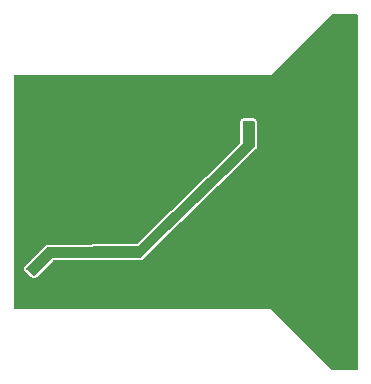
<source format=gbl>
%TF.GenerationSoftware,KiCad,Pcbnew,7.0.5*%
%TF.CreationDate,2023-06-22T09:42:08-05:00*%
%TF.ProjectId,pu-23_VDAC_reloc,70752d32-335f-4564-9441-435f72656c6f,rev?*%
%TF.SameCoordinates,Original*%
%TF.FileFunction,Copper,L2,Bot*%
%TF.FilePolarity,Positive*%
%FSLAX46Y46*%
G04 Gerber Fmt 4.6, Leading zero omitted, Abs format (unit mm)*
G04 Created by KiCad (PCBNEW 7.0.5) date 2023-06-22 09:42:08*
%MOMM*%
%LPD*%
G01*
G04 APERTURE LIST*
%TA.AperFunction,ViaPad*%
%ADD10C,0.500000*%
%TD*%
%TA.AperFunction,ViaPad*%
%ADD11C,0.800000*%
%TD*%
G04 APERTURE END LIST*
D10*
X119530000Y-82740000D03*
X129940000Y-70150000D03*
X118840000Y-66640000D03*
X131700000Y-61200000D03*
X119530000Y-80380000D03*
X128560000Y-75910000D03*
X106920000Y-67330000D03*
X119400000Y-71360000D03*
X106920000Y-64180000D03*
X113220000Y-73630000D03*
X125820000Y-73170000D03*
X119520000Y-64180000D03*
X113220000Y-64180000D03*
X116380000Y-82740000D03*
X115600000Y-74290000D03*
X110070000Y-70480000D03*
X110070000Y-73630000D03*
X110080000Y-82740000D03*
X107080000Y-79200000D03*
X131560000Y-78140000D03*
X128970000Y-64180000D03*
X106920000Y-70480000D03*
X110070000Y-64180000D03*
X113220000Y-76780000D03*
X117900000Y-74500000D03*
X128570000Y-73150000D03*
X116370000Y-64180000D03*
X113230000Y-82740000D03*
X125820000Y-64180000D03*
X106920000Y-73630000D03*
D11*
X113145000Y-78740000D03*
X108160000Y-80080000D03*
X126360000Y-68160000D03*
X123595000Y-72415000D03*
%TA.AperFunction,Conductor*%
G36*
X135552539Y-58590185D02*
G01*
X135598294Y-58642989D01*
X135609500Y-58694500D01*
X135609500Y-88595500D01*
X135589815Y-88662539D01*
X135537011Y-88708294D01*
X135485500Y-88719500D01*
X133495833Y-88719500D01*
X133428794Y-88699815D01*
X133408152Y-88683181D01*
X128426922Y-83701951D01*
X128421278Y-83695465D01*
X128413956Y-83685770D01*
X128378624Y-83653560D01*
X128376573Y-83651602D01*
X128362797Y-83637826D01*
X128360586Y-83636311D01*
X128353853Y-83630978D01*
X128330933Y-83610084D01*
X128324470Y-83607580D01*
X128299192Y-83594256D01*
X128293481Y-83590344D01*
X128293478Y-83590343D01*
X128293479Y-83590343D01*
X128263302Y-83583244D01*
X128255094Y-83580703D01*
X128226173Y-83569500D01*
X128219249Y-83569500D01*
X128190858Y-83566206D01*
X128184119Y-83564621D01*
X128153409Y-83568905D01*
X128144834Y-83569500D01*
X106584500Y-83569500D01*
X106517461Y-83549815D01*
X106471706Y-83497011D01*
X106460500Y-83445500D01*
X106460500Y-80144389D01*
X107325455Y-80144389D01*
X107326500Y-80169497D01*
X107326501Y-80169500D01*
X107355893Y-80256100D01*
X107355895Y-80256103D01*
X107392511Y-80315610D01*
X107429941Y-80360556D01*
X107955240Y-80834065D01*
X107985960Y-80856949D01*
X108025274Y-80880886D01*
X108029424Y-80883347D01*
X108116821Y-80910290D01*
X108186496Y-80915500D01*
X108211631Y-80915838D01*
X108299721Y-80891253D01*
X108361152Y-80857967D01*
X108408090Y-80823066D01*
X109778552Y-79461443D01*
X109839983Y-79428157D01*
X109865866Y-79425408D01*
X117199923Y-79420530D01*
X117210204Y-79420007D01*
X117229676Y-79418036D01*
X117240006Y-79416992D01*
X117240008Y-79416991D01*
X117315418Y-79394180D01*
X117315419Y-79394179D01*
X117315424Y-79394178D01*
X117377182Y-79361502D01*
X117424462Y-79327070D01*
X126980091Y-70019639D01*
X126987985Y-70011023D01*
X127009476Y-69984710D01*
X127047490Y-69912616D01*
X127067175Y-69845577D01*
X127075500Y-69787679D01*
X127075500Y-67719000D01*
X127070803Y-67675316D01*
X127059597Y-67623805D01*
X127057110Y-67613627D01*
X127014100Y-67532915D01*
X126968345Y-67480111D01*
X126968339Y-67480104D01*
X126950757Y-67462160D01*
X126950756Y-67462159D01*
X126950754Y-67462157D01*
X126950752Y-67462156D01*
X126950750Y-67462154D01*
X126870940Y-67417511D01*
X126870935Y-67417509D01*
X126803903Y-67397826D01*
X126803899Y-67397825D01*
X126803898Y-67397825D01*
X126746000Y-67389500D01*
X125994000Y-67389500D01*
X125993992Y-67389500D01*
X125950317Y-67394196D01*
X125898802Y-67405403D01*
X125888627Y-67407890D01*
X125888624Y-67407891D01*
X125807916Y-67450899D01*
X125807913Y-67450901D01*
X125755104Y-67496660D01*
X125737161Y-67514241D01*
X125737157Y-67514246D01*
X125692510Y-67594063D01*
X125692508Y-67594067D01*
X125672827Y-67661094D01*
X125672825Y-67661101D01*
X125664500Y-67719002D01*
X125664500Y-69450759D01*
X125644815Y-69517798D01*
X125626923Y-69539680D01*
X116921783Y-78000293D01*
X116859990Y-78032901D01*
X116836170Y-78035369D01*
X109363964Y-78084207D01*
X109363957Y-78084207D01*
X109353550Y-78084802D01*
X109353543Y-78084803D01*
X109323531Y-78088046D01*
X109323529Y-78088046D01*
X109248106Y-78111459D01*
X109248093Y-78111464D01*
X109186604Y-78144608D01*
X109186598Y-78144612D01*
X109139590Y-78179404D01*
X109139577Y-78179415D01*
X107418840Y-79881550D01*
X107418836Y-79881555D01*
X107387944Y-79920593D01*
X107356887Y-79971473D01*
X107356867Y-79971508D01*
X107348919Y-79985776D01*
X107348917Y-79985783D01*
X107326824Y-80074525D01*
X107326823Y-80074531D01*
X107325455Y-80144379D01*
X107325455Y-80144389D01*
X106460500Y-80144389D01*
X106460500Y-63844500D01*
X106480185Y-63777461D01*
X106532989Y-63731706D01*
X106584500Y-63720500D01*
X128107159Y-63720500D01*
X128115733Y-63721095D01*
X128127761Y-63722772D01*
X128127761Y-63722771D01*
X128127765Y-63722773D01*
X128170920Y-63720778D01*
X128175510Y-63720566D01*
X128178373Y-63720500D01*
X128197843Y-63720500D01*
X128197844Y-63720500D01*
X128200468Y-63720009D01*
X128209021Y-63719016D01*
X128210245Y-63718959D01*
X128239992Y-63717585D01*
X128246322Y-63714789D01*
X128273629Y-63706332D01*
X128280433Y-63705061D01*
X128306797Y-63688736D01*
X128314392Y-63684733D01*
X128342765Y-63672206D01*
X128347661Y-63667309D01*
X128370069Y-63649561D01*
X128375952Y-63645919D01*
X128394649Y-63621158D01*
X128400266Y-63614703D01*
X133408151Y-58606819D01*
X133469475Y-58573334D01*
X133495833Y-58570500D01*
X135485500Y-58570500D01*
X135552539Y-58590185D01*
G37*
%TD.AperFunction*%
%TA.AperFunction,Conductor*%
G36*
X126813039Y-67614685D02*
G01*
X126858794Y-67667489D01*
X126870000Y-67719000D01*
X126870000Y-69787679D01*
X126850315Y-69854718D01*
X126832520Y-69876506D01*
X117281076Y-79179860D01*
X117219318Y-79212536D01*
X117194639Y-79215033D01*
X109730001Y-79219999D01*
X108263251Y-80677286D01*
X108201820Y-80710572D01*
X108132145Y-80705362D01*
X108092831Y-80681425D01*
X107567532Y-80207916D01*
X107530916Y-80148409D01*
X107532285Y-80078553D01*
X107563350Y-80027659D01*
X109284104Y-78325507D01*
X109345604Y-78292358D01*
X109370483Y-78289670D01*
X116970000Y-78240000D01*
X125870000Y-69590000D01*
X125870000Y-67718999D01*
X125889685Y-67651961D01*
X125942489Y-67606206D01*
X125994000Y-67595000D01*
X126746000Y-67595000D01*
X126813039Y-67614685D01*
G37*
%TD.AperFunction*%
M02*

</source>
